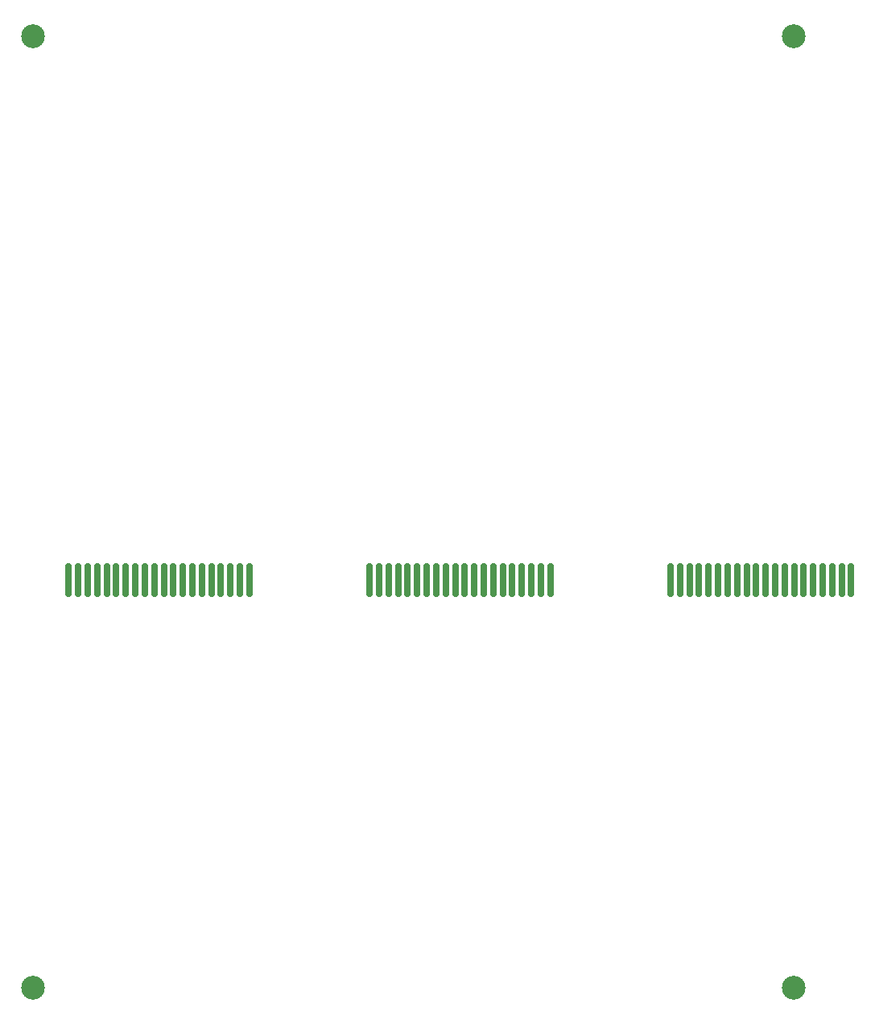
<source format=gbr>
%TF.GenerationSoftware,KiCad,Pcbnew,(6.0.5)*%
%TF.CreationDate,2022-11-09T23:01:59+01:00*%
%TF.ProjectId,piezo_driver_panel,7069657a-6f5f-4647-9269-7665725f7061,rev?*%
%TF.SameCoordinates,PXe4e1c0PYe4e1c0*%
%TF.FileFunction,Glue,Top*%
%TF.FilePolarity,Positive*%
%FSLAX46Y46*%
G04 Gerber Fmt 4.6, Leading zero omitted, Abs format (unit mm)*
G04 Created by KiCad (PCBNEW (6.0.5)) date 2022-11-09 23:01:59*
%MOMM*%
%LPD*%
G01*
G04 APERTURE LIST*
G04 Aperture macros list*
%AMRoundRect*
0 Rectangle with rounded corners*
0 $1 Rounding radius*
0 $2 $3 $4 $5 $6 $7 $8 $9 X,Y pos of 4 corners*
0 Add a 4 corners polygon primitive as box body*
4,1,4,$2,$3,$4,$5,$6,$7,$8,$9,$2,$3,0*
0 Add four circle primitives for the rounded corners*
1,1,$1+$1,$2,$3*
1,1,$1+$1,$4,$5*
1,1,$1+$1,$6,$7*
1,1,$1+$1,$8,$9*
0 Add four rect primitives between the rounded corners*
20,1,$1+$1,$2,$3,$4,$5,0*
20,1,$1+$1,$4,$5,$6,$7,0*
20,1,$1+$1,$6,$7,$8,$9,0*
20,1,$1+$1,$8,$9,$2,$3,0*%
G04 Aperture macros list end*
%ADD10C,2.500000*%
%ADD11RoundRect,0.150000X-0.150000X-1.600000X0.150000X-1.600000X0.150000X1.600000X-0.150000X1.600000X0*%
G04 APERTURE END LIST*
D10*
%TO.C,REF\u002A\u002A*%
X2500000Y-102500000D03*
%TD*%
%TO.C,REF\u002A\u002A*%
X2500000Y-2500000D03*
%TD*%
D11*
%TO.C,piezo1*%
X53940000Y-59650000D03*
X42940000Y-59650000D03*
X38940000Y-59650000D03*
X47940000Y-59650000D03*
X50940000Y-59650000D03*
X43940000Y-59650000D03*
X39940000Y-59650000D03*
X55940000Y-59650000D03*
X49940000Y-59650000D03*
X37940000Y-59650000D03*
X41940000Y-59650000D03*
X45940000Y-59650000D03*
X52940000Y-59650000D03*
X46940000Y-59650000D03*
X40940000Y-59650000D03*
X54940000Y-59650000D03*
X56940000Y-59650000D03*
X51940000Y-59650000D03*
X48940000Y-59650000D03*
X44940000Y-59650000D03*
%TD*%
D10*
%TO.C,REF\u002A\u002A*%
X82500000Y-2500000D03*
%TD*%
D11*
%TO.C,piezo1*%
X87590000Y-59650000D03*
X85590000Y-59650000D03*
X71590000Y-59650000D03*
X81590000Y-59650000D03*
X86590000Y-59650000D03*
X80590000Y-59650000D03*
X82590000Y-59650000D03*
X70590000Y-59650000D03*
X79590000Y-59650000D03*
X73590000Y-59650000D03*
X83590000Y-59650000D03*
X76590000Y-59650000D03*
X75590000Y-59650000D03*
X78590000Y-59650000D03*
X69590000Y-59650000D03*
X77590000Y-59650000D03*
X74590000Y-59650000D03*
X72590000Y-59650000D03*
X88590000Y-59650000D03*
X84590000Y-59650000D03*
%TD*%
%TO.C,piezo1*%
X25290000Y-59650000D03*
X22290000Y-59650000D03*
X13290000Y-59650000D03*
X15290000Y-59650000D03*
X12290000Y-59650000D03*
X11290000Y-59650000D03*
X23290000Y-59650000D03*
X7290000Y-59650000D03*
X6290000Y-59650000D03*
X10290000Y-59650000D03*
X20290000Y-59650000D03*
X14290000Y-59650000D03*
X8290000Y-59650000D03*
X17290000Y-59650000D03*
X9290000Y-59650000D03*
X24290000Y-59650000D03*
X18290000Y-59650000D03*
X19290000Y-59650000D03*
X16290000Y-59650000D03*
X21290000Y-59650000D03*
%TD*%
D10*
%TO.C,REF\u002A\u002A*%
X82500000Y-102500000D03*
%TD*%
M02*

</source>
